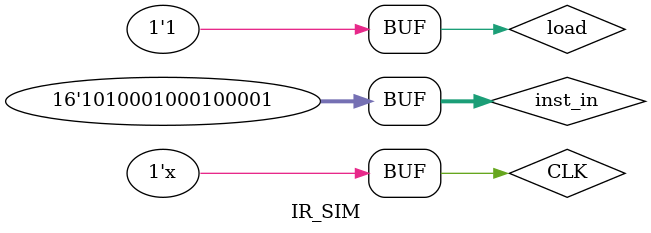
<source format=v>
`timescale 1ns / 1ps
module IR_SIM();

reg CLK;
initial CLK = 0;
always #5 CLK = ~CLK;

reg load;
reg [15:0] inst_in;
wire [15:0] inst_out;

IR UUT(
.CLK        (CLK),

.load       (load),
.inst_in    (inst_in),
.inst_out   (inst_out)
);

initial begin

inst_in = 16'h0321;
load = 1;
#10 load = 0;

inst_in = 16'hA221;
load = 1;



end

endmodule

</source>
